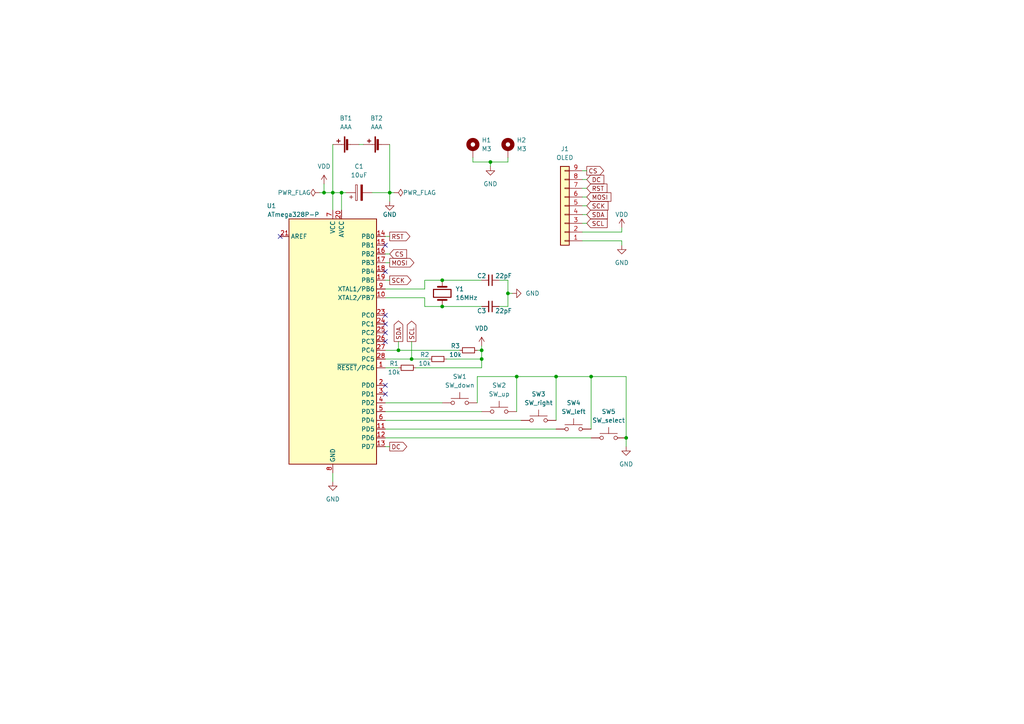
<source format=kicad_sch>
(kicad_sch (version 20211123) (generator eeschema)
  (paper "A4")
  (lib_symbols
    (symbol "Connector_Generic:Conn_01x09" (pin_names (offset 1.016) hide)
      (property "Reference" "J" (at 0 12.7 0))
      (property "Value" "Conn_01x09" (at 0 -12.7 0))
      (symbol "Conn_01x09_1_1"
        (rectangle (start -1.27 -10.033) (end 0 -10.287) (stroke (width 0.1524)))
        (rectangle (start -1.27 -7.493) (end 0 -7.747) (stroke (width 0.1524)))
        (rectangle (start -1.27 -4.953) (end 0 -5.207) (stroke (width 0.1524)))
        (rectangle (start -1.27 -2.413) (end 0 -2.667) (stroke (width 0.1524)))
        (rectangle (start -1.27 0.127) (end 0 -0.127) (stroke (width 0.1524)))
        (rectangle (start -1.27 2.667) (end 0 2.413) (stroke (width 0.1524)))
        (rectangle (start -1.27 5.207) (end 0 4.953) (stroke (width 0.1524)))
        (rectangle (start -1.27 7.747) (end 0 7.493) (stroke (width 0.1524)))
        (rectangle (start -1.27 10.287) (end 0 10.033) (stroke (width 0.1524)))
        (rectangle (start -1.27 11.43) (end 1.27 -11.43) (stroke (width 0.254)) (fill (type background)))
        (pin passive line (at -5.08 10.16 0) (length 3.81) (name "Pin_1") (number "1"))
        (pin passive line (at -5.08 7.62 0) (length 3.81) (name "Pin_2") (number "2"))
        (pin passive line (at -5.08 5.08 0) (length 3.81) (name "Pin_3") (number "3"))
        (pin passive line (at -5.08 2.54 0) (length 3.81) (name "Pin_4") (number "4"))
        (pin passive line (at -5.08 0 0) (length 3.81) (name "Pin_5") (number "5"))
        (pin passive line (at -5.08 -2.54 0) (length 3.81) (name "Pin_6") (number "6"))
        (pin passive line (at -5.08 -5.08 0) (length 3.81) (name "Pin_7") (number "7"))
        (pin passive line (at -5.08 -7.62 0) (length 3.81) (name "Pin_8") (number "8"))
        (pin passive line (at -5.08 -10.16 0) (length 3.81) (name "Pin_9") (number "9"))
      )
    )
    (symbol "Device:Battery_Cell" (pin_numbers hide) (pin_names (offset 0) hide)
      (property "Reference" "BT" (at 2.54 2.54 0))
      (property "Value" "Battery_Cell" (at 2.54 0 0))
      (symbol "Battery_Cell_0_1"
        (rectangle (start -2.286 1.778) (end 2.286 1.524) (fill (type outline)))
        (rectangle (start -1.5748 1.1938) (end 1.4732 0.6858) (fill (type outline)))
        (polyline (pts (xy 0 0.762) (xy 0 0)))
        (polyline (pts (xy 0 1.778) (xy 0 2.54)))
        (polyline (pts (xy 0.508 3.429) (xy 1.524 3.429)) (stroke (width 0.254)))
        (polyline (pts (xy 1.016 3.937) (xy 1.016 2.921)) (stroke (width 0.254)))
      )
      (symbol "Battery_Cell_1_1"
        (pin passive line (at 0 5.08 270) (length 2.54) (name "+") (number "1"))
        (pin passive line (at 0 -2.54 90) (length 2.54) (name "-") (number "2"))
      )
    )
    (symbol "Device:C_Polarized" (pin_numbers hide) (pin_names (offset 0.254))
      (property "Reference" "C" (at 0.635 2.54 0))
      (property "Value" "C_Polarized" (at 0.635 -2.54 0))
      (symbol "C_Polarized_0_1"
        (rectangle (start -2.286 0.508) (end 2.286 1.016))
        (polyline (pts (xy -1.778 2.286) (xy -0.762 2.286)))
        (polyline (pts (xy -1.27 2.794) (xy -1.27 1.778)))
        (rectangle (start 2.286 -0.508) (end -2.286 -1.016) (fill (type outline)))
      )
      (symbol "C_Polarized_1_1"
        (pin passive line (at 0 3.81 270) (length 2.794) (name "~") (number "1"))
        (pin passive line (at 0 -3.81 90) (length 2.794) (name "~") (number "2"))
      )
    )
    (symbol "Device:C_Small" (pin_numbers hide) (pin_names (offset 0.254) hide)
      (property "Reference" "C" (at 0.254 1.778 0))
      (property "Value" "C_Small" (at 0.254 -2.032 0))
      (symbol "C_Small_0_1"
        (polyline (pts (xy -1.524 -0.508) (xy 1.524 -0.508)) (stroke (width 0.3302)))
        (polyline (pts (xy -1.524 0.508) (xy 1.524 0.508)) (stroke (width 0.3048)))
      )
      (symbol "C_Small_1_1"
        (pin passive line (at 0 2.54 270) (length 2.032) (name "~") (number "1"))
        (pin passive line (at 0 -2.54 90) (length 2.032) (name "~") (number "2"))
      )
    )
    (symbol "Device:Crystal" (pin_numbers hide) (pin_names (offset 1.016) hide)
      (property "Reference" "Y" (at 0 3.81 0))
      (property "Value" "Crystal" (at 0 -3.81 0))
      (symbol "Crystal_0_1"
        (rectangle (start -1.143 2.54) (end 1.143 -2.54) (stroke (width 0.3048)))
        (polyline (pts (xy -2.54 0) (xy -1.905 0)))
        (polyline (pts (xy -1.905 -1.27) (xy -1.905 1.27)) (stroke (width 0.508)))
        (polyline (pts (xy 1.905 -1.27) (xy 1.905 1.27)) (stroke (width 0.508)))
        (polyline (pts (xy 2.54 0) (xy 1.905 0)))
      )
      (symbol "Crystal_1_1"
        (pin passive line (at -3.81 0 0) (length 1.27) (name "1") (number "1"))
        (pin passive line (at 3.81 0 180) (length 1.27) (name "2") (number "2"))
      )
    )
    (symbol "Device:R_Small" (pin_numbers hide) (pin_names (offset 0.254) hide)
      (property "Reference" "R" (at 0.762 0.508 0))
      (property "Value" "R_Small" (at 0.762 -1.016 0))
      (symbol "R_Small_0_1"
        (rectangle (start -0.762 1.778) (end 0.762 -1.778) (stroke (width 0.2032)))
      )
      (symbol "R_Small_1_1"
        (pin passive line (at 0 2.54 270) (length 0.762) (name "~") (number "1"))
        (pin passive line (at 0 -2.54 90) (length 0.762) (name "~") (number "2"))
      )
    )
    (symbol "MCU_Microchip_ATmega:ATmega328P-P"
      (property "Reference" "U" (at -12.7 36.83 0))
      (property "Value" "ATmega328P-P" (at 2.54 -36.83 0))
      (symbol "ATmega328P-P_0_1"
        (rectangle (start -12.7 -35.56) (end 12.7 35.56) (stroke (width 0.254)) (fill (type background)))
      )
      (symbol "ATmega328P-P_1_1"
        (pin bidirectional line (at 15.24 -7.62 180) (length 2.54) (name "~{RESET}/PC6") (number "1"))
        (pin bidirectional line (at 15.24 12.7 180) (length 2.54) (name "XTAL2/PB7") (number "10"))
        (pin bidirectional line (at 15.24 -25.4 180) (length 2.54) (name "PD5") (number "11"))
        (pin bidirectional line (at 15.24 -27.94 180) (length 2.54) (name "PD6") (number "12"))
        (pin bidirectional line (at 15.24 -30.48 180) (length 2.54) (name "PD7") (number "13"))
        (pin bidirectional line (at 15.24 30.48 180) (length 2.54) (name "PB0") (number "14"))
        (pin bidirectional line (at 15.24 27.94 180) (length 2.54) (name "PB1") (number "15"))
        (pin bidirectional line (at 15.24 25.4 180) (length 2.54) (name "PB2") (number "16"))
        (pin bidirectional line (at 15.24 22.86 180) (length 2.54) (name "PB3") (number "17"))
        (pin bidirectional line (at 15.24 20.32 180) (length 2.54) (name "PB4") (number "18"))
        (pin bidirectional line (at 15.24 17.78 180) (length 2.54) (name "PB5") (number "19"))
        (pin bidirectional line (at 15.24 -12.7 180) (length 2.54) (name "PD0") (number "2"))
        (pin power_in line (at 2.54 38.1 270) (length 2.54) (name "AVCC") (number "20"))
        (pin passive line (at -15.24 30.48 0) (length 2.54) (name "AREF") (number "21"))
        (pin passive line (at 0 -38.1 90) (length 2.54) hide (name "GND") (number "22"))
        (pin bidirectional line (at 15.24 7.62 180) (length 2.54) (name "PC0") (number "23"))
        (pin bidirectional line (at 15.24 5.08 180) (length 2.54) (name "PC1") (number "24"))
        (pin bidirectional line (at 15.24 2.54 180) (length 2.54) (name "PC2") (number "25"))
        (pin bidirectional line (at 15.24 0 180) (length 2.54) (name "PC3") (number "26"))
        (pin bidirectional line (at 15.24 -2.54 180) (length 2.54) (name "PC4") (number "27"))
        (pin bidirectional line (at 15.24 -5.08 180) (length 2.54) (name "PC5") (number "28"))
        (pin bidirectional line (at 15.24 -15.24 180) (length 2.54) (name "PD1") (number "3"))
        (pin bidirectional line (at 15.24 -17.78 180) (length 2.54) (name "PD2") (number "4"))
        (pin bidirectional line (at 15.24 -20.32 180) (length 2.54) (name "PD3") (number "5"))
        (pin bidirectional line (at 15.24 -22.86 180) (length 2.54) (name "PD4") (number "6"))
        (pin power_in line (at 0 38.1 270) (length 2.54) (name "VCC") (number "7"))
        (pin power_in line (at 0 -38.1 90) (length 2.54) (name "GND") (number "8"))
        (pin bidirectional line (at 15.24 15.24 180) (length 2.54) (name "XTAL1/PB6") (number "9"))
      )
    )
    (symbol "Mechanical:MountingHole_Pad" (pin_numbers hide) (pin_names (offset 1.016) hide)
      (property "Reference" "H" (at 0 6.35 0))
      (property "Value" "MountingHole_Pad" (at 0 4.445 0))
      (symbol "MountingHole_Pad_0_1"
        (circle (center 0 1.27) (radius 1.27) (stroke (width 1.27)))
      )
      (symbol "MountingHole_Pad_1_1"
        (pin input line (at 0 -2.54 90) (length 2.54) (name "1") (number "1"))
      )
    )
    (symbol "Switch:SW_Push" (pin_numbers hide) (pin_names (offset 1.016) hide)
      (property "Reference" "SW" (at 1.27 2.54 0))
      (property "Value" "SW_Push" (at 0 -1.524 0))
      (symbol "SW_Push_0_1"
        (circle (center -2.032 0) (radius 0.508))
        (polyline (pts (xy 0 1.27) (xy 0 3.048)))
        (polyline (pts (xy 2.54 1.27) (xy -2.54 1.27)))
        (circle (center 2.032 0) (radius 0.508))
        (pin passive line (at -5.08 0 0) (length 2.54) (name "1") (number "1"))
        (pin passive line (at 5.08 0 180) (length 2.54) (name "2") (number "2"))
      )
    )
    (symbol "power:GND" (power) (pin_names (offset 0))
      (property "Value" "GND" (at 0 -3.81 0))
      (symbol "GND_0_1"
        (polyline (pts (xy 0 0) (xy 0 -1.27) (xy 1.27 -1.27) (xy 0 -2.54) (xy -1.27 -1.27) (xy 0 -1.27)))
      )
      (symbol "GND_1_1"
        (pin power_in line (at 0 0 270) (length 0) hide (name "GND") (number "1"))
      )
    )
    (symbol "power:PWR_FLAG" (power) (pin_numbers hide) (pin_names (offset 0) hide)
      (property "Value" "PWR_FLAG" (at 0 3.81 0))
      (symbol "PWR_FLAG_0_0"
        (pin power_out line (at 0 0 90) (length 0) (name "pwr") (number "1"))
      )
      (symbol "PWR_FLAG_0_1"
        (polyline (pts (xy 0 0) (xy 0 1.27) (xy -1.016 1.905) (xy 0 2.54) (xy 1.016 1.905) (xy 0 1.27)))
      )
    )
    (symbol "power:VDD" (power) (pin_names (offset 0))
      (property "Value" "VDD" (at 0 3.81 0))
      (symbol "VDD_0_1"
        (polyline (pts (xy -0.762 1.27) (xy 0 2.54)))
        (polyline (pts (xy 0 0) (xy 0 2.54)))
        (polyline (pts (xy 0 2.54) (xy 0.762 1.27)))
      )
      (symbol "VDD_1_1"
        (pin power_in line (at 0 0 90) (length 0) hide (name "VDD") (number "1"))
      )
    )
  )
  (junction (at 128.27 88.9))
  (junction (at 139.7 104.14))
  (junction (at 93.98 55.88))
  (junction (at 149.86 109.22))
  (junction (at 161.29 109.22))
  (junction (at 171.45 109.22))
  (junction (at 181.61 127))
  (junction (at 99.06 55.88))
  (junction (at 147.32 85.09))
  (junction (at 142.24 46.99))
  (junction (at 115.57 101.6))
  (junction (at 119.38 104.14))
  (junction (at 113.03 55.88))
  (junction (at 96.52 55.88))
  (junction (at 139.7 101.6))
  (junction (at 128.27 81.28))
  (no_connect (at 111.76 91.44))
  (no_connect (at 111.76 93.98))
  (no_connect (at 111.76 96.52))
  (no_connect (at 111.76 99.06))
  (no_connect (at 111.76 111.76))
  (no_connect (at 111.76 114.3))
  (no_connect (at 111.76 71.12))
  (no_connect (at 81.28 68.58))
  (no_connect (at 111.76 78.74))
  (wire (pts (xy 181.61 109.22) (xy 171.45 109.22)))
  (wire (pts (xy 96.52 137.16) (xy 96.52 139.7)))
  (wire (pts (xy 181.61 127) (xy 181.61 129.54)))
  (wire (pts (xy 128.27 88.9) (xy 139.7 88.9)))
  (wire (pts (xy 115.57 101.6) (xy 133.35 101.6)))
  (wire (pts (xy 168.91 62.23) (xy 170.18 62.23)))
  (wire (pts (xy 149.86 109.22) (xy 161.29 109.22)))
  (wire (pts (xy 113.03 55.88) (xy 113.03 58.42)))
  (wire (pts (xy 138.43 109.22) (xy 149.86 109.22)))
  (wire (pts (xy 168.91 49.53) (xy 170.18 49.53)))
  (wire (pts (xy 168.91 54.61) (xy 170.18 54.61)))
  (wire (pts (xy 147.32 45.72) (xy 147.32 46.99)))
  (wire (pts (xy 147.32 81.28) (xy 144.78 81.28)))
  (wire (pts (xy 111.76 104.14) (xy 119.38 104.14)))
  (wire (pts (xy 168.91 67.31) (xy 180.34 67.31)))
  (wire (pts (xy 168.91 64.77) (xy 170.18 64.77)))
  (wire (pts (xy 147.32 85.09) (xy 147.32 81.28)))
  (wire (pts (xy 123.19 88.9) (xy 128.27 88.9)))
  (wire (pts (xy 119.38 99.06) (xy 119.38 104.14)))
  (wire (pts (xy 161.29 109.22) (xy 171.45 109.22)))
  (wire (pts (xy 171.45 109.22) (xy 171.45 124.46)))
  (wire (pts (xy 111.76 73.66) (xy 113.03 73.66)))
  (wire (pts (xy 111.76 116.84) (xy 128.27 116.84)))
  (wire (pts (xy 168.91 57.15) (xy 170.18 57.15)))
  (wire (pts (xy 113.03 55.88) (xy 114.3 55.88)))
  (wire (pts (xy 142.24 46.99) (xy 137.16 46.99)))
  (wire (pts (xy 104.14 41.91) (xy 105.41 41.91)))
  (wire (pts (xy 111.76 119.38) (xy 139.7 119.38)))
  (wire (pts (xy 142.24 46.99) (xy 142.24 48.26)))
  (wire (pts (xy 107.95 55.88) (xy 113.03 55.88)))
  (wire (pts (xy 137.16 46.99) (xy 137.16 45.72)))
  (wire (pts (xy 180.34 69.85) (xy 180.34 71.12)))
  (wire (pts (xy 93.98 55.88) (xy 96.52 55.88)))
  (wire (pts (xy 181.61 127) (xy 181.61 109.22)))
  (wire (pts (xy 168.91 69.85) (xy 180.34 69.85)))
  (wire (pts (xy 129.54 104.14) (xy 139.7 104.14)))
  (wire (pts (xy 111.76 101.6) (xy 115.57 101.6)))
  (wire (pts (xy 128.27 81.28) (xy 139.7 81.28)))
  (wire (pts (xy 111.76 76.2) (xy 113.03 76.2)))
  (wire (pts (xy 111.76 121.92) (xy 151.13 121.92)))
  (wire (pts (xy 96.52 55.88) (xy 99.06 55.88)))
  (wire (pts (xy 92.71 55.88) (xy 93.98 55.88)))
  (wire (pts (xy 139.7 101.6) (xy 139.7 104.14)))
  (wire (pts (xy 120.65 106.68) (xy 139.7 106.68)))
  (wire (pts (xy 111.76 106.68) (xy 115.57 106.68)))
  (wire (pts (xy 111.76 86.36) (xy 123.19 86.36)))
  (wire (pts (xy 113.03 41.91) (xy 113.03 55.88)))
  (wire (pts (xy 115.57 101.6) (xy 115.57 99.06)))
  (wire (pts (xy 123.19 81.28) (xy 128.27 81.28)))
  (wire (pts (xy 99.06 55.88) (xy 99.06 60.96)))
  (wire (pts (xy 149.86 109.22) (xy 149.86 119.38)))
  (wire (pts (xy 138.43 116.84) (xy 138.43 109.22)))
  (wire (pts (xy 119.38 104.14) (xy 124.46 104.14)))
  (wire (pts (xy 111.76 127) (xy 171.45 127)))
  (wire (pts (xy 147.32 88.9) (xy 147.32 85.09)))
  (wire (pts (xy 123.19 86.36) (xy 123.19 88.9)))
  (wire (pts (xy 168.91 59.69) (xy 170.18 59.69)))
  (wire (pts (xy 139.7 104.14) (xy 139.7 106.68)))
  (wire (pts (xy 111.76 68.58) (xy 113.03 68.58)))
  (wire (pts (xy 168.91 52.07) (xy 170.18 52.07)))
  (wire (pts (xy 99.06 55.88) (xy 100.33 55.88)))
  (wire (pts (xy 111.76 124.46) (xy 161.29 124.46)))
  (wire (pts (xy 96.52 41.91) (xy 96.52 55.88)))
  (wire (pts (xy 139.7 100.33) (xy 139.7 101.6)))
  (wire (pts (xy 147.32 85.09) (xy 148.59 85.09)))
  (wire (pts (xy 139.7 101.6) (xy 138.43 101.6)))
  (wire (pts (xy 96.52 60.96) (xy 96.52 55.88)))
  (wire (pts (xy 161.29 109.22) (xy 161.29 121.92)))
  (wire (pts (xy 111.76 83.82) (xy 123.19 83.82)))
  (wire (pts (xy 144.78 88.9) (xy 147.32 88.9)))
  (wire (pts (xy 147.32 46.99) (xy 142.24 46.99)))
  (wire (pts (xy 180.34 67.31) (xy 180.34 66.04)))
  (wire (pts (xy 111.76 81.28) (xy 113.03 81.28)))
  (wire (pts (xy 123.19 83.82) (xy 123.19 81.28)))
  (wire (pts (xy 93.98 53.34) (xy 93.98 55.88)))
  (wire (pts (xy 111.76 129.54) (xy 113.03 129.54)))
  (global_label "RST" (shape output) (at 113.03 68.58 0) (property "Intersheet References" "${INTERSHEET_REFS}" (effects hide)))
  (global_label "SCL" (shape input) (at 170.18 64.77 0) (property "Intersheet References" "${INTERSHEET_REFS}" (effects hide)))
  (global_label "MOSI" (shape input) (at 170.18 57.15 0) (property "Intersheet References" "${INTERSHEET_REFS}" (effects hide)))
  (global_label "DC" (shape output) (at 113.03 129.54 0) (property "Intersheet References" "${INTERSHEET_REFS}" (effects hide)))
  (global_label "SCK" (shape output) (at 113.03 81.28 0) (property "Intersheet References" "${INTERSHEET_REFS}" (effects hide)))
  (global_label "CS" (shape input) (at 113.03 73.66 0) (property "Intersheet References" "${INTERSHEET_REFS}" (effects hide)))
  (global_label "SDA" (shape input) (at 170.18 62.23 0) (property "Intersheet References" "${INTERSHEET_REFS}" (effects hide)))
  (global_label "SCK" (shape input) (at 170.18 59.69 0) (property "Intersheet References" "${INTERSHEET_REFS}" (effects hide)))
  (global_label "CS" (shape output) (at 170.18 49.53 0) (property "Intersheet References" "${INTERSHEET_REFS}" (effects hide)))
  (global_label "SDA" (shape output) (at 115.57 99.06 90) (property "Intersheet References" "${INTERSHEET_REFS}" (effects hide)))
  (global_label "SCL" (shape output) (at 119.38 99.06 90) (property "Intersheet References" "${INTERSHEET_REFS}" (effects hide)))
  (global_label "RST" (shape input) (at 170.18 54.61 0) (property "Intersheet References" "${INTERSHEET_REFS}" (effects hide)))
  (global_label "MOSI" (shape output) (at 113.03 76.2 0) (property "Intersheet References" "${INTERSHEET_REFS}" (effects hide)))
  (global_label "DC" (shape input) (at 170.18 52.07 0) (property "Intersheet References" "${INTERSHEET_REFS}" (effects hide)))
  (symbol (lib_id "power:VDD") (at 139.7 100.33 0) (unit 1)
    (property "Reference" "#PWR04" (effects hide))
    (property "Value" "VDD" (at 139.7 95.25 0))
  )
  (symbol (lib_id "Device:R_Small") (at 135.89 101.6 270) (unit 1)
    (property "Reference" "R3" (at 132.08 100.33 90))
    (property "Value" "10k" (at 132.08 102.87 90))
    (property "Footprint" "Resistor_THT:R_Axial_DIN0207_L6.3mm_D2.5mm_P10.16mm_Horizontal" (effects hide))
  )
  (symbol (lib_id "Device:R_Small") (at 127 104.14 270) (unit 1)
    (property "Reference" "R2" (at 123.19 102.87 90))
    (property "Value" "10k" (at 123.19 105.41 90))
    (property "Footprint" "Resistor_THT:R_Axial_DIN0207_L6.3mm_D2.5mm_P10.16mm_Horizontal" (effects hide))
  )
  (symbol (lib_id "Device:Crystal") (at 128.27 85.09 90) (unit 1)
    (property "Reference" "Y1" (at 132.08 83.82 90) (effects (justify right)))
    (property "Value" "16MHz" (at 132.08 86.36 90) (effects (justify right)))
    (property "Footprint" "Crystal:Crystal_HC49-4H_Vertical" (effects hide))
  )
  (symbol (lib_id "Mechanical:MountingHole_Pad") (at 147.32 43.18 0) (unit 1)
    (property "Reference" "H2" (at 149.86 40.6399 0) (effects (justify left)))
    (property "Value" "M3" (at 149.86 43.1799 0) (effects (justify left)))
    (property "Footprint" "MountingHole:MountingHole_3.2mm_M3_Pad_TopBottom" (effects hide))
  )
  (symbol (lib_id "power:PWR_FLAG") (at 92.71 55.88 90) (unit 1)
    (property "Reference" "#FLG01" (effects hide))
    (property "Value" "PWR_FLAG" (at 90.17 55.88 90) (effects (justify left)))
  )
  (symbol (lib_id "Switch:SW_Push") (at 144.78 119.38 0) (unit 1)
    (property "Reference" "SW2" (at 144.78 111.76 0))
    (property "Value" "SW_up" (at 144.78 114.3 0))
    (property "Footprint" "Button_Switch_THT:SW_PUSH_6mm_H9.5mm" (effects hide))
  )
  (symbol (lib_id "Device:C_Small") (at 142.24 88.9 270) (unit 1)
    (property "Reference" "C3" (at 139.7 90.17 90))
    (property "Value" "22pF" (at 146.05 90.17 90))
    (property "Footprint" "Capacitor_THT:C_Disc_D4.3mm_W1.9mm_P5.00mm" (effects hide))
  )
  (symbol (lib_id "power:GND") (at 148.59 85.09 90) (unit 1)
    (property "Reference" "#PWR05" (effects hide))
    (property "Value" "GND" (at 152.4 85.0899 90) (effects (justify right)))
  )
  (symbol (lib_id "Mechanical:MountingHole_Pad") (at 137.16 43.18 0) (unit 1)
    (property "Reference" "H1" (at 139.7 40.6399 0) (effects (justify left)))
    (property "Value" "M3" (at 139.7 43.1799 0) (effects (justify left)))
    (property "Footprint" "MountingHole:MountingHole_3.2mm_M3_Pad_TopBottom" (effects hide))
  )
  (symbol (lib_id "power:GND") (at 180.34 71.12 0) (unit 1)
    (property "Reference" "#PWR07" (effects hide))
    (property "Value" "GND" (at 180.34 76.2 0))
  )
  (symbol (lib_id "Switch:SW_Push") (at 133.35 116.84 0) (unit 1)
    (property "Reference" "SW1" (at 133.35 109.22 0))
    (property "Value" "SW_down" (at 133.35 111.76 0))
    (property "Footprint" "Button_Switch_THT:SW_PUSH_6mm_H9.5mm" (effects hide))
  )
  (symbol (lib_id "Switch:SW_Push") (at 156.21 121.92 0) (unit 1)
    (property "Reference" "SW3" (at 156.21 114.3 0))
    (property "Value" "SW_right" (at 156.21 116.84 0))
    (property "Footprint" "Button_Switch_THT:SW_PUSH_6mm_H9.5mm" (effects hide))
  )
  (symbol (lib_id "Switch:SW_Push") (at 176.53 127 0) (unit 1)
    (property "Reference" "SW5" (at 176.53 119.38 0))
    (property "Value" "SW_select" (at 176.53 121.92 0))
    (property "Footprint" "Button_Switch_THT:SW_PUSH_6mm_H9.5mm" (effects hide))
  )
  (symbol (lib_id "power:VDD") (at 180.34 66.04 0) (unit 1)
    (property "Reference" "#PWR06" (effects hide))
    (property "Value" "VDD" (at 180.34 62.23 0))
  )
  (symbol (lib_id "power:PWR_FLAG") (at 114.3 55.88 270) (unit 1)
    (property "Reference" "#FLG02" (effects hide))
    (property "Value" "PWR_FLAG" (at 116.84 55.88 90) (effects (justify left)))
  )
  (symbol (lib_id "MCU_Microchip_ATmega:ATmega328P-P") (at 96.52 99.06 0) (unit 1)
    (property "Reference" "U1" (at 78.74 59.69 0))
    (property "Value" "ATmega328P-P" (at 85.09 62.23 0))
    (property "Footprint" "Package_DIP:DIP-28_W7.62mm" (effects hide))
    (property "Datasheet" "http://ww1.microchip.com/downloads/en/DeviceDoc/ATmega328_P%20AVR%20MCU%20with%20picoPower%20Technology%20Data%20Sheet%2040001984A.pdf" (effects hide))
  )
  (symbol (lib_id "power:GND") (at 181.61 129.54 0) (unit 1)
    (property "Reference" "#PWR08" (effects hide))
    (property "Value" "GND" (at 181.61 134.62 0))
  )
  (symbol (lib_id "Connector_Generic:Conn_01x09") (at 163.83 59.69 180) (unit 1)
    (property "Reference" "J1" (at 163.83 43.18 0))
    (property "Value" "OLED" (at 163.83 45.72 0))
    (property "Footprint" "GameBox:1.3_inch_OLED_IIC" (effects hide))
  )
  (symbol (lib_id "power:GND") (at 142.24 48.26 0) (unit 1)
    (property "Reference" "#PWR0101" (effects hide))
    (property "Value" "GND" (at 142.24 53.34 0))
  )
  (symbol (lib_id "Device:Battery_Cell") (at 101.6 41.91 90) (unit 1)
    (property "Reference" "BT1" (at 100.33 34.29 90))
    (property "Value" "AAA" (at 100.33 36.83 90))
    (property "Footprint" "GameBox:BK-82_AAA_battery_holder" (effects hide))
  )
  (symbol (lib_id "Device:C_Small") (at 142.24 81.28 270) (unit 1)
    (property "Reference" "C2" (at 139.7 80.01 90))
    (property "Value" "22pF" (at 146.05 80.01 90))
    (property "Footprint" "Capacitor_THT:C_Disc_D4.3mm_W1.9mm_P5.00mm" (effects hide))
  )
  (symbol (lib_id "power:VDD") (at 93.98 53.34 0) (unit 1)
    (property "Reference" "#PWR01" (effects hide))
    (property "Value" "VDD" (at 93.98 48.26 0))
  )
  (symbol (lib_id "power:GND") (at 96.52 139.7 0) (unit 1)
    (property "Reference" "#PWR02" (effects hide))
    (property "Value" "GND" (at 96.52 144.78 0))
  )
  (symbol (lib_id "power:GND") (at 113.03 58.42 0) (unit 1)
    (property "Reference" "#PWR03" (effects hide))
    (property "Value" "GND" (at 113.03 62.23 0))
  )
  (symbol (lib_id "Switch:SW_Push") (at 166.37 124.46 0) (unit 1)
    (property "Reference" "SW4" (at 166.37 116.84 0))
    (property "Value" "SW_left" (at 166.37 119.38 0))
    (property "Footprint" "Button_Switch_THT:SW_PUSH_6mm_H9.5mm" (effects hide))
  )
  (symbol (lib_id "Device:R_Small") (at 118.11 106.68 270) (unit 1)
    (property "Reference" "R1" (at 114.3 105.41 90))
    (property "Value" "10k" (at 114.3 107.95 90))
    (property "Footprint" "Resistor_THT:R_Axial_DIN0207_L6.3mm_D2.5mm_P10.16mm_Horizontal" (effects hide))
  )
  (symbol (lib_id "Device:C_Polarized") (at 104.14 55.88 90) (unit 1)
    (property "Reference" "C1" (at 104.14 48.26 90))
    (property "Value" "10uF" (at 104.14 50.8 90))
    (property "Footprint" "Capacitor_THT:CP_Radial_D4.0mm_P1.50mm" (effects hide))
  )
  (symbol (lib_id "Device:Battery_Cell") (at 110.49 41.91 90) (unit 1)
    (property "Reference" "BT2" (at 109.22 34.29 90))
    (property "Value" "AAA" (at 109.22 36.83 90))
    (property "Footprint" "GameBox:BK-82_AAA_battery_holder" (effects hide))
  )
)
</source>
